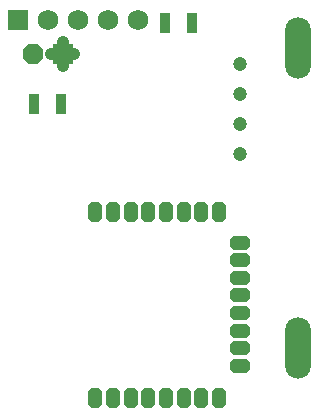
<source format=gbs>
G04*
G04 #@! TF.GenerationSoftware,Altium Limited,Altium NEXUS,1.0.9 (89)*
G04*
G04 Layer_Color=16711935*
%FSLAX42Y42*%
%MOMM*%
G71*
G01*
G75*
%ADD12C,1.00*%
%ADD14P,1.87X8X22.5*%
%ADD15R,1.73X1.73*%
%ADD16C,1.73*%
%ADD27R,0.95X1.73*%
%ADD28C,1.20*%
G04:AMPARAMS|DCode=29|XSize=1.73mm|YSize=1.2mm|CornerRadius=0mm|HoleSize=0mm|Usage=FLASHONLY|Rotation=90.000|XOffset=0mm|YOffset=0mm|HoleType=Round|Shape=Octagon|*
%AMOCTAGOND29*
4,1,8,0.30,0.86,-0.30,0.86,-0.60,0.56,-0.60,-0.56,-0.30,-0.86,0.30,-0.86,0.60,-0.56,0.60,0.56,0.30,0.86,0.0*
%
%ADD29OCTAGOND29*%

G04:AMPARAMS|DCode=30|XSize=1.73mm|YSize=1.2mm|CornerRadius=0mm|HoleSize=0mm|Usage=FLASHONLY|Rotation=0.000|XOffset=0mm|YOffset=0mm|HoleType=Round|Shape=Octagon|*
%AMOCTAGOND30*
4,1,8,0.86,-0.30,0.86,0.30,0.56,0.60,-0.56,0.60,-0.86,0.30,-0.86,-0.30,-0.56,-0.60,0.56,-0.60,0.86,-0.30,0.0*
%
%ADD30OCTAGOND30*%

%ADD31O,2.20X5.20*%
D12*
X7633Y9252D02*
Y9452D01*
X7530Y9350D02*
X7730D01*
D14*
X7379D02*
D03*
D15*
X7633D02*
D03*
X7252Y9639D02*
D03*
D16*
X8268D02*
D03*
X8014D02*
D03*
X7760D02*
D03*
X7506D02*
D03*
D27*
X8725Y9614D02*
D03*
X8496D02*
D03*
X7391Y8928D02*
D03*
X7620D02*
D03*
D28*
X9131Y9266D02*
D03*
Y9012D02*
D03*
Y8758D02*
D03*
Y8504D02*
D03*
D29*
X8953Y6439D02*
D03*
X8804D02*
D03*
X8953Y8014D02*
D03*
X8655Y6439D02*
D03*
X8506D02*
D03*
X8357D02*
D03*
X8207D02*
D03*
X8058D02*
D03*
X7909D02*
D03*
Y8014D02*
D03*
X8058D02*
D03*
X8207D02*
D03*
X8357D02*
D03*
X8506D02*
D03*
X8655D02*
D03*
X8804D02*
D03*
D30*
X9131Y6710D02*
D03*
Y7754D02*
D03*
Y7605D02*
D03*
Y7456D02*
D03*
Y7307D02*
D03*
Y7158D02*
D03*
Y7008D02*
D03*
Y6859D02*
D03*
D31*
X9627Y9398D02*
D03*
Y6858D02*
D03*
M02*

</source>
